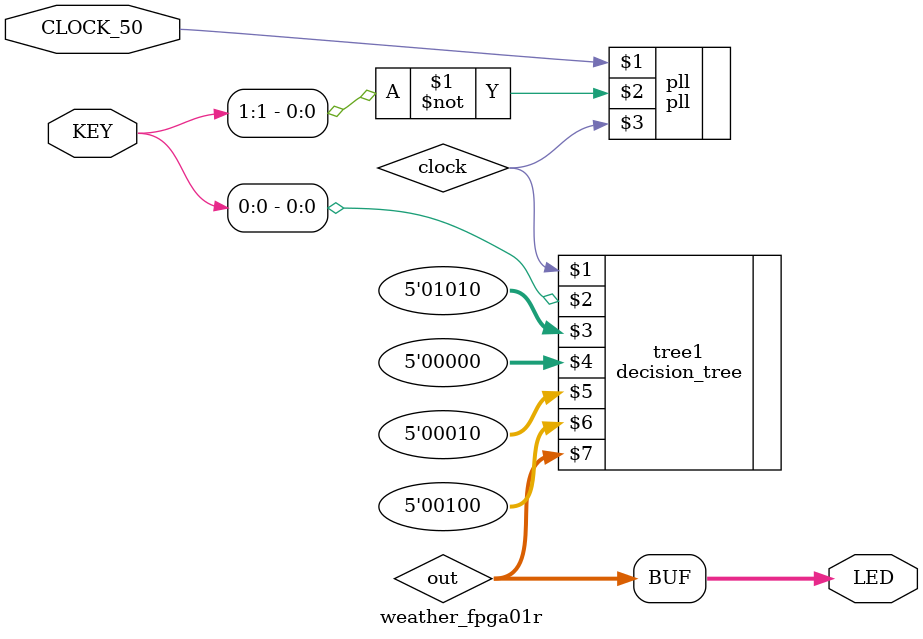
<source format=v>
module weather_fpga01r(
    input CLOCK_50,
	 input[1:0] KEY,
    output [2:0] LED
);
    wire clock;
    wire [2:0] out;

	pll pll(CLOCK_50, ~KEY[1], clock);
    decision_tree tree1(clock, KEY[0], 5'b01010, 5'b00000, 
                        5'b00010, 5'b00100, out);
    assign LED = out[2:0];
endmodule

</source>
